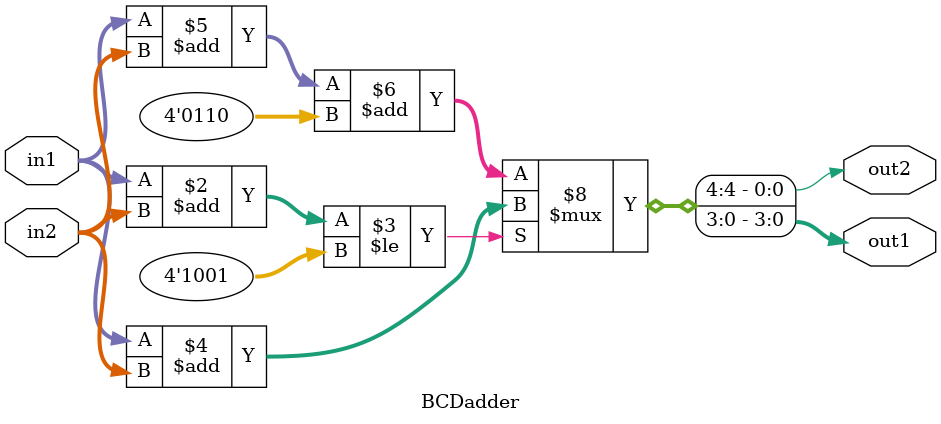
<source format=v>
module BCDadder(in1,in2,out2,out1);
input wire [3:0]in1;
input wire [3:0]in2;
output reg out2;
output reg [3:0]out1;

always@(in1,in2)
    begin 
        if(in1+in2 <= 4'b1001)
            {out2,out1} = in1+in2;
        else
            {out2,out1} = in1+in2+4'b0110;
    end
endmodule
</source>
